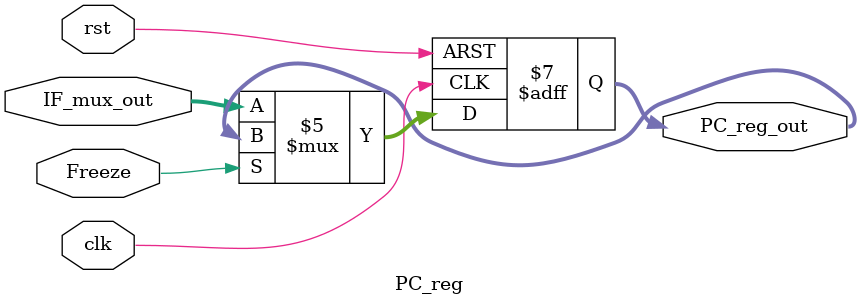
<source format=v>
module IF
(
input clk,
input rst,
input [31:0]Branch_Address,
input Branch_Tacken,
input Freeze,
output [31:0]PC,
output [31:0]Inst_Out
);

wire [31:0] PC_reg_out;
wire [31:0] IF_mux_out;

Adder adder(.pc(PC_reg_out), .out(PC));
inst_mem mem(.addr(PC_reg_out), .inst(Inst_Out));
IF_MUX mux(.PC(PC), .Branch_Address(Branch_Address), .Branch_Tacken(Branch_Tacken), .IF_mux_out(IF_mux_out));
PC_reg pc_reg(.clk(clk), .rst(rst), .IF_mux_out(IF_mux_out), .PC_reg_out(PC_reg_out), .Freeze(Freeze));


endmodule


//------------------------------------//
//                ADDER
//------------------------------------//
module Adder (input [31:0] pc, output [31:0] out);
  assign out=pc+32'b00100;
endmodule

//------------------------------------//
//          Instruction_Memory
//------------------------------------//
module inst_mem(input [31:0] addr, output [31:0] inst);
  wire [7:0]inst_mem[0:187];
  assign inst={inst_mem[addr+3],inst_mem[addr+2],inst_mem[addr+1],inst_mem[addr+0]};
  
            assign {inst_mem[3], inst_mem[2], inst_mem[1], inst_mem[0]} = 32'b1110_00_1_1101_0_0000_0000_000000010100;      //  MOV R0 = 20           R0 = 20
            assign {inst_mem[7], inst_mem[6], inst_mem[5], inst_mem[4]} = 32'b1110_00_1_1101_0_0000_0001_101000000001;      //  MOV R1 ,#4096         R1 = 4096
            assign {inst_mem[11], inst_mem[10], inst_mem[9], inst_mem[8]} = 32'b1110_00_1_1101_0_0000_0010_000100000011;   //   MOV R2 ,#0xC0000000    R2 = -1073741824
            assign {inst_mem[15], inst_mem[14], inst_mem[13], inst_mem[12]} = 32'b1110_00_0_0100_1_0010_0011_000000000010; //   ADDS R3 ,R2,R2         R3 = -2147483648
            assign {inst_mem[19], inst_mem[18], inst_mem[17], inst_mem[16]} =  32'b1110_00_0_0101_0_0000_0100_000000000000; //ADC R4 ,R0,R0 //R4 = 41
            assign {inst_mem[23], inst_mem[22], inst_mem[21], inst_mem[20]} = 32'b1110_00_0_0010_0_0100_0101_000100000100; //SUB R5 ,R4,R4,LSL #2 //R5 = -123
            assign {inst_mem[27], inst_mem[26], inst_mem[25], inst_mem[24]} = 32'b1110_00_0_0110_0_0000_0110_000010100000; //SBC R6 ,R0,R0,LSR #1//R6 = 10
            assign {inst_mem[31], inst_mem[30], inst_mem[29], inst_mem[28]} = 32'b1110_00_0_1100_0_0101_0111_000101000010; //ORR R7,R5,R2,ASR #2//R7 = -123
            assign {inst_mem[35], inst_mem[34], inst_mem[33], inst_mem[32]} = 32'b1110_00_0_0000_0_0111_1000_000000000011; //AND R8,R7,R3   R8 = -2147483648
            assign {inst_mem[39], inst_mem[38], inst_mem[37], inst_mem[36]} = 32'b1110_00_0_1111_0_0000_1001_000000000110; //MVN R9,R6//R9 = -11
            assign {inst_mem[43], inst_mem[42], inst_mem[41], inst_mem[40]} = 32'b1110_00_0_0001_0_0100_1010_000000000101; //EOR R10,R4,R5//R10 = -84
            assign {inst_mem[47], inst_mem[46], inst_mem[45], inst_mem[44]} = 32'b1110_00_0_1010_1_1000_0000_000000000110; //CMP R8,R6
            assign {inst_mem[51], inst_mem[50], inst_mem[49], inst_mem[48]} = 32'b0001_00_0_0100_0_0001_0001_000000000001; //ADDNE R1,R1,R1//R1 = 8192
            assign {inst_mem[55], inst_mem[54], inst_mem[53], inst_mem[52]} = 32'b1110_00_0_1000_1_1001_0000_000000001000; //TST R9,R8
            assign {inst_mem[59], inst_mem[58], inst_mem[57], inst_mem[56]} = 32'b0000_00_0_0100_0_0010_0010_000000000010; //ADDEQ R2 ,R2,R2   //R2 = -1073741824
            assign {inst_mem[63], inst_mem[62], inst_mem[61], inst_mem[60]} = 32'b1110_00_1_1101_0_0000_0000_101100000001; //MOV R0,#1024//R0 = 1024
            assign {inst_mem[67], inst_mem[66], inst_mem[65], inst_mem[64]} = 32'b1110_01_0_0100_0_0000_0001_000000000000; //STR R1,[R0],#0//MEM[1024] = 8192
            assign {inst_mem[71], inst_mem[70], inst_mem[69], inst_mem[68]} = 32'b1110_01_0_0100_1_0000_1011_000000000000; //LDR R11,[R0],#0//R11 = 8192
            assign {inst_mem[75], inst_mem[74], inst_mem[73], inst_mem[72]} = 32'b1110_01_0_0100_0_0000_0010_000000000100; //STR R2,[R0],#4//MEM[1028] = -1073741824
            assign {inst_mem[79], inst_mem[78], inst_mem[77], inst_mem[76]} = 32'b1110_01_0_0100_0_0000_0011_000000001000; //STR    R3 ,[R0],#8//MEM[1032] = -2147483648
            assign {inst_mem[83], inst_mem[82], inst_mem[81], inst_mem[80]} = 32'b1110_01_0_0100_0_0000_0100_000000001101; //STR    R4 ,[R0],#13    //MEM[1036] = 41
            assign {inst_mem[87], inst_mem[86], inst_mem[85], inst_mem[84]} = 32'b1110_01_0_0100_0_0000_0101_000000010000; //STR R5,[R0],#16//MEM[1040] = -123
            assign {inst_mem[91], inst_mem[90], inst_mem[89], inst_mem[88]} = 32'b1110_01_0_0100_0_0000_0110_000000010100; //STR R6,[R0],#20 //MEM[1044] = 10
            assign {inst_mem[95], inst_mem[94], inst_mem[93], inst_mem[92]} = 32'b1110_01_0_0100_1_0000_1010_000000000100; //LDR R10,[R0],#4 //R10 = -1073741824
            assign {inst_mem[99], inst_mem[98], inst_mem[97], inst_mem[96]} = 32'b1110_01_0_0100_0_0000_0111_000000011000; //STR R7,[R0],#24    //MEM[1048] = -123
            assign {inst_mem[103], inst_mem[102], inst_mem[101], inst_mem[100]} = 32'b1110_00_1_1101_0_0000_0001_000000000100; //MOV R1,#4//R1 = 4
            assign {inst_mem[107], inst_mem[106], inst_mem[105], inst_mem[104]} = 32'b1110_00_1_1101_0_0000_0010_000000000000; //MOV R2,#0//R2 = 0
            assign {inst_mem[111], inst_mem[110], inst_mem[109], inst_mem[108]} = 32'b1110_00_1_1101_0_0000_0011_000000000000; //MOV R3,#0//R3 = 0
            assign {inst_mem[115], inst_mem[114], inst_mem[113], inst_mem[112]} = 32'b1110_00_0_0100_0_0000_0100_000100000011; //ADD R4,R0,R3,LSL #2
            assign {inst_mem[119], inst_mem[118], inst_mem[117], inst_mem[116]} = 32'b1110_01_0_0100_1_0100_0101_000000000000; //LDR R5,[R4],#0
            assign {inst_mem[123], inst_mem[122], inst_mem[121], inst_mem[120]} = 32'b1110_01_0_0100_1_0100_0110_000000000100; //LDR R6,[R4],#4
            assign {inst_mem[127], inst_mem[126], inst_mem[125], inst_mem[124]} = 32'b1110_00_0_1010_1_0101_0000_000000000110; //CMP R5,R6
            assign {inst_mem[131], inst_mem[130], inst_mem[129], inst_mem[128]} = 32'b1100_01_0_0100_0_0100_0110_000000000000; //STRGT R6,[R4],#0
            assign {inst_mem[135], inst_mem[134], inst_mem[133], inst_mem[132]} = 32'b1100_01_0_0100_0_0100_0101_000000000100; //STRGT R5,[R4],#4
            assign {inst_mem[139], inst_mem[138], inst_mem[137], inst_mem[136]} = 32'b1110_00_1_0100_0_0011_0011_000000000001; //ADD R3,R3,#1
            assign {inst_mem[143], inst_mem[142], inst_mem[141], inst_mem[140]} = 32'b1110_00_1_1010_1_0011_0000_000000000011; //CMP R3,#3
            assign {inst_mem[147], inst_mem[146], inst_mem[145], inst_mem[144]} = 32'b1011_10_1_0_111111111111111111110111  ; //BLT#-9
            assign {inst_mem[151], inst_mem[150], inst_mem[149], inst_mem[148]} = 32'b1110_00_1_0100_0_0010_0010_000000000001; //ADD R2,R2,#1
            assign {inst_mem[155], inst_mem[154], inst_mem[153], inst_mem[152]} = 32'b1110_00_0_1010_1_0010_0000_000000000001;//CMP R2,R1
            assign {inst_mem[159], inst_mem[158], inst_mem[157], inst_mem[156]} = 32'b1011_10_1_0_111111111111111111110011  ;//BLT#-13
            assign {inst_mem[163], inst_mem[162], inst_mem[161], inst_mem[160]} = 32'b1110_01_0_0100_1_0000_0001_000000000000;//LDR R1 ,[R0],#0//    R1 = -2147483648
            assign {inst_mem[167], inst_mem[166], inst_mem[165], inst_mem[164]} = 32'b1110_01_0_0100_1_0000_0010_000000000100;//LDR R2 ,[R0],#4//    R2 = -1073741824
            assign {inst_mem[171], inst_mem[170], inst_mem[169], inst_mem[168]} = 32'b1110_01_0_0100_1_0000_0011_000000001000;//STR R3 ,[R0],#8//    R3 = 41
            assign {inst_mem[175], inst_mem[174], inst_mem[173], inst_mem[172]} = 32'b1110_01_0_0100_1_0000_0100_000000001100;//STR R4 ,[R0],#12//   R4 = 8192
            assign {inst_mem[179], inst_mem[178], inst_mem[177], inst_mem[176]} = 32'b1110_01_0_0100_1_0000_0101_000000010000;//STR R5 ,[R0],#16//   R5= -123
            assign {inst_mem[183], inst_mem[182], inst_mem[181], inst_mem[180]} = 32'b1110_01_0_0100_1_0000_0110_000000010100;//STR R6 ,[R0],#20//   R6 = 10
            assign {inst_mem[187], inst_mem[186], inst_mem[185], inst_mem[184]} = 32'b1110_10_1_0_111111111111111111111111;//B#-1
  
endmodule

//------------------------------------//
//                MUX
//------------------------------------//
module IF_MUX
(
input [31:0]PC,
input [31:0]Branch_Address,
input Branch_Tacken, // mux select
output [31:0]IF_mux_out
);

assign IF_mux_out = (Branch_Tacken == 1'b0) ? PC : Branch_Address;
endmodule

//------------------------------------//
//                PC
//------------------------------------//
module PC_reg
(
input clk, 
input rst,
input [31:0]IF_mux_out,
input Freeze, // Reg Enable
output reg [31:0]PC_reg_out
);

always@(posedge clk, posedge rst)
begin
if(rst == 1'b1)
	PC_reg_out <= 32'b0;
else
begin
if(Freeze == 1'b1)
	PC_reg_out <= PC_reg_out;
else
	PC_reg_out <= IF_mux_out;
end
end
endmodule

</source>
